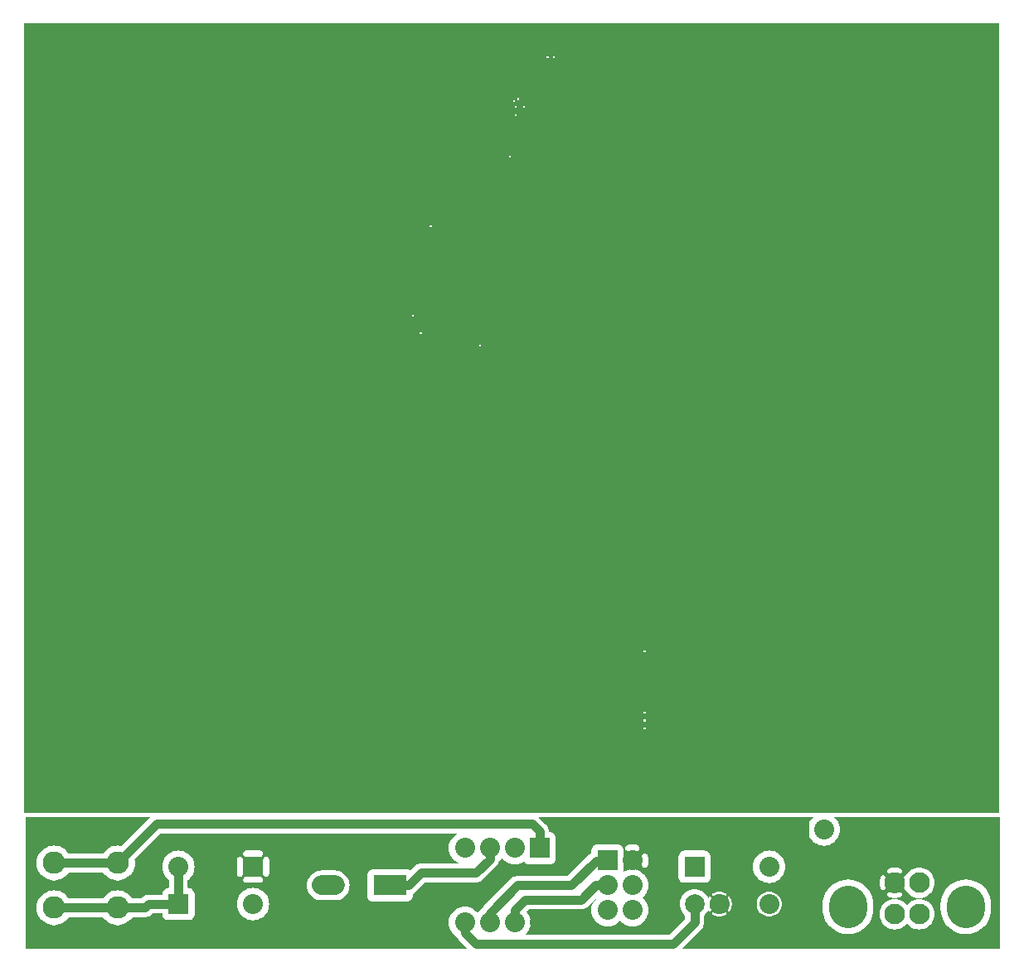
<source format=gtl>
G04 start of page 2 for group 3 layer_idx 0 *
G04 Title: (unknown), top_copper *
G04 Creator: pcb-rnd 3.1.5-dev *
G04 CreationDate: 2024-03-24 11:16:41 UTC *
G04 For: STEM4ukraine *
G04 Format: Gerber/RS-274X *
G04 PCB-Dimensions: 393701 374016 *
G04 PCB-Coordinate-Origin: lower left *
%MOIN*%
%FSLAX25Y25*%
%LNTOP_COPPER_NONE_3*%
%ADD22C,0.0394*%
%ADD21C,0.1220*%
%ADD20C,0.0315*%
%ADD19C,0.0374*%
%ADD18C,0.0394*%
%ADD17C,0.0900*%
%ADD16C,0.1535*%
%ADD15C,0.0787*%
%ADD14C,0.0827*%
%ADD13C,0.0800*%
%ADD12C,0.0350*%
%ADD11C,0.0001*%
G54D11*G36*
X392717Y54134D02*Y984D01*
X379094D01*
Y6917D01*
X380691Y7043D01*
X382249Y7417D01*
X383729Y8030D01*
X385095Y8867D01*
X386313Y9907D01*
X387353Y11126D01*
X388190Y12491D01*
X388803Y13971D01*
X389177Y15529D01*
X389272Y17126D01*
Y18701D01*
X389177Y20298D01*
X388803Y21855D01*
X388190Y23335D01*
X387353Y24701D01*
X386313Y25919D01*
X385095Y26960D01*
X383729Y27797D01*
X382249Y28410D01*
X380691Y28784D01*
X379094Y28909D01*
Y54134D01*
X392717D01*
G37*
G36*
X379094D02*Y28909D01*
X377498Y28784D01*
X375940Y28410D01*
X374460Y27797D01*
X373094Y26960D01*
X371876Y25919D01*
X370836Y24701D01*
X369999Y23335D01*
X369386Y21855D01*
X369012Y20298D01*
X368917Y18701D01*
Y17126D01*
X369012Y15529D01*
X369386Y13971D01*
X369999Y12491D01*
X370836Y11126D01*
X371876Y9907D01*
X373094Y8867D01*
X374460Y8030D01*
X375940Y7417D01*
X377498Y7043D01*
X379094Y6917D01*
Y984D01*
X360306D01*
Y8809D01*
X360315Y8808D01*
X361277Y8884D01*
X362216Y9109D01*
X363108Y9478D01*
X363931Y9983D01*
X364666Y10610D01*
X365293Y11344D01*
X365797Y12167D01*
X366167Y13059D01*
X366392Y13998D01*
X366449Y14961D01*
X366392Y15923D01*
X366167Y16862D01*
X365797Y17754D01*
X365293Y18577D01*
X364666Y19311D01*
X363931Y19938D01*
X363108Y20443D01*
X362216Y20812D01*
X361277Y21038D01*
X360315Y21113D01*
X360306Y21113D01*
Y21407D01*
X360315Y21406D01*
X361277Y21482D01*
X362216Y21707D01*
X363108Y22077D01*
X363931Y22581D01*
X364666Y23208D01*
X365293Y23943D01*
X365797Y24766D01*
X366167Y25658D01*
X366392Y26597D01*
X366449Y27559D01*
X366392Y28522D01*
X366167Y29460D01*
X365797Y30352D01*
X365293Y31176D01*
X364666Y31910D01*
X363931Y32537D01*
X363108Y33041D01*
X362216Y33411D01*
X361277Y33636D01*
X360315Y33712D01*
X360306Y33711D01*
Y54134D01*
X379094D01*
G37*
G36*
X350474Y984D02*Y8808D01*
X351435Y8884D01*
X352374Y9109D01*
X353266Y9478D01*
X354089Y9983D01*
X354823Y10610D01*
X355394Y11278D01*
X355964Y10610D01*
X356698Y9983D01*
X357522Y9478D01*
X358414Y9109D01*
X359352Y8884D01*
X360306Y8809D01*
Y984D01*
X350474D01*
G37*
G36*
X360306Y54134D02*Y33711D01*
X359352Y33636D01*
X358414Y33411D01*
X357522Y33041D01*
X356698Y32537D01*
X355964Y31910D01*
X355337Y31176D01*
X354924Y30502D01*
X354821Y30468D01*
X354680Y30396D01*
X354553Y30302D01*
X354441Y30190D01*
X354349Y30062D01*
X354278Y29921D01*
X354229Y29771D01*
X354205Y29614D01*
X354206Y29456D01*
X354231Y29300D01*
X354283Y29151D01*
X354348Y28980D01*
X354238Y28522D01*
X354162Y27559D01*
X354238Y26597D01*
X354349Y26135D01*
X354287Y25965D01*
X354235Y25817D01*
X354210Y25661D01*
X354209Y25504D01*
X354233Y25348D01*
X354281Y25199D01*
X354352Y25058D01*
X354445Y24931D01*
X354556Y24819D01*
X354683Y24726D01*
X354823Y24654D01*
X354921Y24622D01*
X355337Y23943D01*
X355964Y23208D01*
X356698Y22581D01*
X357522Y22077D01*
X358414Y21707D01*
X359352Y21482D01*
X360306Y21407D01*
Y21113D01*
X359352Y21038D01*
X358414Y20812D01*
X357522Y20443D01*
X356698Y19938D01*
X355964Y19311D01*
X355394Y18643D01*
X354823Y19311D01*
X354089Y19938D01*
X353266Y20443D01*
X352374Y20812D01*
X351435Y21038D01*
X350474Y21113D01*
Y21425D01*
X350742D01*
X351280Y21473D01*
X351812Y21567D01*
X352333Y21708D01*
X352840Y21894D01*
X352981Y21965D01*
X353108Y22058D01*
X353220Y22170D01*
X353312Y22299D01*
X353384Y22440D01*
X353432Y22590D01*
X353456Y22746D01*
X353456Y22904D01*
X353430Y23060D01*
X353381Y23210D01*
X353309Y23351D01*
X353216Y23479D01*
X353104Y23590D01*
X352975Y23682D01*
X352834Y23754D01*
X352684Y23802D01*
X352528Y23826D01*
X352370Y23826D01*
X352214Y23801D01*
X352065Y23749D01*
X351725Y23620D01*
X351374Y23525D01*
X351016Y23461D01*
X350654Y23429D01*
X350474D01*
Y31689D01*
X350654D01*
X351016Y31657D01*
X351374Y31593D01*
X351725Y31499D01*
X352066Y31373D01*
X352215Y31321D01*
X352370Y31296D01*
X352527Y31296D01*
X352683Y31320D01*
X352833Y31368D01*
X352973Y31439D01*
X353101Y31531D01*
X353213Y31642D01*
X353306Y31769D01*
X353377Y31909D01*
X353427Y32059D01*
X353452Y32214D01*
X353452Y32372D01*
X353428Y32527D01*
X353380Y32677D01*
X353309Y32817D01*
X353217Y32945D01*
X353106Y33057D01*
X352979Y33150D01*
X352837Y33219D01*
X352333Y33410D01*
X351812Y33551D01*
X351280Y33645D01*
X350742Y33693D01*
X350474D01*
Y54134D01*
X360306D01*
G37*
G36*
X346122Y10610D02*X346856Y9983D01*
X347679Y9478D01*
X348571Y9109D01*
X349510Y8884D01*
X350472Y8808D01*
X350474Y8808D01*
Y984D01*
X345539D01*
Y11292D01*
X346122Y10610D01*
G37*
G36*
X350474Y54134D02*Y33693D01*
X350202D01*
X349665Y33645D01*
X349133Y33551D01*
X348612Y33410D01*
X348105Y33224D01*
X347964Y33153D01*
X347837Y33060D01*
X347725Y32948D01*
X347633Y32819D01*
X347561Y32678D01*
X347513Y32528D01*
X347489Y32372D01*
X347489Y32214D01*
X347514Y32058D01*
X347564Y31908D01*
X347636Y31767D01*
X347729Y31640D01*
X347841Y31528D01*
X347969Y31436D01*
X348110Y31364D01*
X348261Y31316D01*
X348417Y31292D01*
X348575Y31292D01*
X348731Y31317D01*
X348880Y31370D01*
X349220Y31499D01*
X349571Y31593D01*
X349929Y31657D01*
X350291Y31689D01*
X350474D01*
Y23429D01*
X350291D01*
X349929Y23461D01*
X349571Y23525D01*
X349220Y23620D01*
X348879Y23745D01*
X348730Y23797D01*
X348575Y23822D01*
X348417Y23822D01*
X348262Y23798D01*
X348112Y23750D01*
X347972Y23679D01*
X347844Y23587D01*
X347732Y23476D01*
X347639Y23349D01*
X347567Y23209D01*
X347518Y23059D01*
X347493Y22904D01*
X347493Y22747D01*
X347517Y22591D01*
X347565Y22441D01*
X347636Y22301D01*
X347728Y22173D01*
X347839Y22061D01*
X347966Y21969D01*
X348107Y21899D01*
X348612Y21708D01*
X349133Y21567D01*
X349665Y21473D01*
X350202Y21425D01*
X350474D01*
Y21113D01*
X350472Y21113D01*
X349510Y21038D01*
X348571Y20812D01*
X347679Y20443D01*
X346856Y19938D01*
X346122Y19311D01*
X345539Y18629D01*
Y24594D01*
X345660Y24575D01*
X345818Y24576D01*
X345974Y24601D01*
X346124Y24650D01*
X346264Y24723D01*
X346392Y24816D01*
X346503Y24928D01*
X346596Y25056D01*
X346667Y25197D01*
X346716Y25348D01*
X346740Y25504D01*
X346739Y25662D01*
X346714Y25818D01*
X346662Y25967D01*
X346533Y26306D01*
X346438Y26657D01*
X346375Y27015D01*
X346343Y27377D01*
Y27741D01*
X346375Y28103D01*
X346438Y28461D01*
X346533Y28812D01*
X346658Y29153D01*
X346710Y29301D01*
X346735Y29457D01*
X346736Y29614D01*
X346712Y29770D01*
X346663Y29919D01*
X346592Y30060D01*
X346500Y30188D01*
X346389Y30299D01*
X346262Y30392D01*
X346122Y30464D01*
X345973Y30513D01*
X345817Y30538D01*
X345660Y30539D01*
X345539Y30520D01*
Y54134D01*
X350474D01*
G37*
G36*
X345539D02*Y30520D01*
X345504Y30515D01*
X345355Y30466D01*
X345214Y30395D01*
X345086Y30303D01*
X344975Y30192D01*
X344882Y30065D01*
X344813Y29924D01*
X344621Y29420D01*
X344481Y28898D01*
X344386Y28367D01*
X344339Y27829D01*
Y27289D01*
X344386Y26751D01*
X344481Y26220D01*
X344621Y25699D01*
X344807Y25192D01*
X344879Y25051D01*
X344972Y24923D01*
X345084Y24812D01*
X345212Y24719D01*
X345353Y24648D01*
X345504Y24600D01*
X345539Y24594D01*
Y18629D01*
X345495Y18577D01*
X344990Y17754D01*
X344621Y16862D01*
X344395Y15923D01*
X344320Y14961D01*
X344395Y13998D01*
X344621Y13059D01*
X344990Y12167D01*
X345495Y11344D01*
X345539Y11292D01*
Y984D01*
X331693D01*
Y6917D01*
X333290Y7043D01*
X334848Y7417D01*
X336328Y8030D01*
X337693Y8867D01*
X338911Y9907D01*
X339952Y11126D01*
X340789Y12491D01*
X341402Y13971D01*
X341776Y15529D01*
X341870Y17126D01*
Y18701D01*
X341776Y20298D01*
X341402Y21855D01*
X340789Y23335D01*
X339952Y24701D01*
X338911Y25919D01*
X337693Y26960D01*
X336328Y27797D01*
X334848Y28410D01*
X333290Y28784D01*
X331693Y28909D01*
Y54134D01*
X345539D01*
G37*
G36*
X317984D02*X317390Y53626D01*
X316725Y52848D01*
X316191Y51976D01*
X315799Y51031D01*
X315560Y50036D01*
X315480Y49016D01*
X315560Y47996D01*
X315799Y47001D01*
X316191Y46056D01*
X316725Y45183D01*
X317390Y44405D01*
X318168Y43741D01*
X319040Y43206D01*
X319985Y42815D01*
X320980Y42576D01*
X322000Y42496D01*
X323020Y42576D01*
X324015Y42815D01*
X324960Y43206D01*
X325832Y43741D01*
X326610Y44405D01*
X327275Y45183D01*
X327809Y46056D01*
X328201Y47001D01*
X328440Y47996D01*
X328500Y49016D01*
X328440Y50036D01*
X328201Y51031D01*
X327809Y51976D01*
X327275Y52848D01*
X326610Y53626D01*
X326016Y54134D01*
X331693D01*
Y28909D01*
X330096Y28784D01*
X328538Y28410D01*
X327058Y27797D01*
X325692Y26960D01*
X324474Y25919D01*
X323434Y24701D01*
X322597Y23335D01*
X321984Y21855D01*
X321610Y20298D01*
X321516Y18701D01*
Y17126D01*
X321610Y15529D01*
X321984Y13971D01*
X322597Y12491D01*
X323434Y11126D01*
X324474Y9907D01*
X325692Y8867D01*
X327058Y8030D01*
X328538Y7417D01*
X330096Y7043D01*
X331693Y6917D01*
Y984D01*
X299990D01*
Y14001D01*
X300000Y14000D01*
X300785Y14062D01*
X301550Y14246D01*
X302277Y14547D01*
X302948Y14958D01*
X303546Y15469D01*
X304058Y16068D01*
X304469Y16739D01*
X304770Y17466D01*
X304954Y18231D01*
X305000Y19016D01*
X304954Y19800D01*
X304770Y20566D01*
X304469Y21293D01*
X304058Y21964D01*
X303546Y22562D01*
X302948Y23073D01*
X302277Y23485D01*
X301550Y23786D01*
X300785Y23969D01*
X300000Y24031D01*
X299990Y24030D01*
Y27496D01*
X300000Y27496D01*
X301020Y27576D01*
X302015Y27815D01*
X302960Y28206D01*
X303832Y28741D01*
X304610Y29405D01*
X305275Y30183D01*
X305809Y31056D01*
X306201Y32001D01*
X306440Y32996D01*
X306500Y34016D01*
X306440Y35036D01*
X306201Y36031D01*
X305809Y36976D01*
X305275Y37848D01*
X304610Y38626D01*
X303832Y39291D01*
X302960Y39825D01*
X302015Y40217D01*
X301020Y40456D01*
X300000Y40536D01*
X299990Y40535D01*
Y54134D01*
X317984D01*
G37*
G36*
X299990D02*Y40535D01*
X298980Y40456D01*
X297985Y40217D01*
X297040Y39825D01*
X296168Y39291D01*
X295390Y38626D01*
X294725Y37848D01*
X294191Y36976D01*
X293799Y36031D01*
X293560Y35036D01*
X293480Y34016D01*
X293560Y32996D01*
X293799Y32001D01*
X294191Y31056D01*
X294725Y30183D01*
X295390Y29405D01*
X296168Y28741D01*
X297040Y28206D01*
X297985Y27815D01*
X298980Y27576D01*
X299990Y27496D01*
Y24030D01*
X299215Y23969D01*
X298450Y23786D01*
X297723Y23485D01*
X297052Y23073D01*
X296454Y22562D01*
X295942Y21964D01*
X295531Y21293D01*
X295230Y20566D01*
X295046Y19800D01*
X294985Y19016D01*
X295046Y18231D01*
X295230Y17466D01*
X295531Y16739D01*
X295942Y16068D01*
X296454Y15469D01*
X297052Y14958D01*
X297723Y14547D01*
X298450Y14246D01*
X299215Y14062D01*
X299990Y14001D01*
Y984D01*
X284153D01*
Y16254D01*
X284182Y16283D01*
X284228Y16346D01*
X284464Y16752D01*
X284657Y17180D01*
X284808Y17625D01*
X284918Y18082D01*
X284983Y18547D01*
X285006Y19016D01*
X284983Y19485D01*
X284918Y19950D01*
X284808Y20407D01*
X284657Y20851D01*
X284464Y21280D01*
X284232Y21688D01*
X284185Y21752D01*
X284153Y21784D01*
Y54134D01*
X299990D01*
G37*
G36*
X284153D02*Y21784D01*
X284128Y21807D01*
X284064Y21853D01*
X283992Y21888D01*
X283917Y21912D01*
X283838Y21923D01*
X283759Y21922D01*
X283680Y21909D01*
X283605Y21883D01*
X283535Y21846D01*
X283471Y21798D01*
X283416Y21742D01*
X283370Y21677D01*
X283335Y21606D01*
X283312Y21530D01*
X283300Y21451D01*
X283301Y21372D01*
X283315Y21293D01*
X283340Y21218D01*
X283379Y21149D01*
X283568Y20825D01*
X283721Y20483D01*
X283842Y20127D01*
X283930Y19762D01*
X283982Y19391D01*
X284000Y19016D01*
X283982Y18641D01*
X283930Y18269D01*
X283842Y17904D01*
X283721Y17549D01*
X283568Y17207D01*
X283382Y16880D01*
X283344Y16811D01*
X283319Y16737D01*
X283306Y16659D01*
X283305Y16581D01*
X283316Y16503D01*
X283339Y16428D01*
X283374Y16357D01*
X283419Y16293D01*
X283474Y16236D01*
X283537Y16189D01*
X283607Y16153D01*
X283681Y16127D01*
X283759Y16114D01*
X283838Y16113D01*
X283916Y16124D01*
X283991Y16147D01*
X284061Y16182D01*
X284126Y16228D01*
X284153Y16254D01*
Y984D01*
X280002D01*
Y14010D01*
X280469Y14032D01*
X280934Y14098D01*
X281391Y14207D01*
X281835Y14359D01*
X282264Y14551D01*
X282672Y14783D01*
X282736Y14830D01*
X282792Y14887D01*
X282837Y14952D01*
X282872Y15023D01*
X282896Y15099D01*
X282907Y15178D01*
X282906Y15257D01*
X282893Y15335D01*
X282867Y15411D01*
X282830Y15481D01*
X282783Y15544D01*
X282726Y15600D01*
X282661Y15646D01*
X282590Y15681D01*
X282514Y15704D01*
X282435Y15716D01*
X282356Y15715D01*
X282278Y15701D01*
X282203Y15676D01*
X282133Y15637D01*
X281809Y15448D01*
X281467Y15294D01*
X281112Y15173D01*
X280746Y15086D01*
X280375Y15033D01*
X280002Y15016D01*
Y23016D01*
X280375Y22998D01*
X280746Y22945D01*
X281112Y22858D01*
X281467Y22737D01*
X281809Y22583D01*
X282135Y22398D01*
X282204Y22360D01*
X282279Y22335D01*
X282356Y22321D01*
X282435Y22320D01*
X282513Y22332D01*
X282588Y22355D01*
X282659Y22390D01*
X282723Y22435D01*
X282779Y22490D01*
X282827Y22553D01*
X282863Y22623D01*
X282888Y22697D01*
X282902Y22775D01*
X282903Y22853D01*
X282892Y22931D01*
X282868Y23006D01*
X282834Y23077D01*
X282788Y23141D01*
X282733Y23198D01*
X282669Y23244D01*
X282264Y23480D01*
X281835Y23673D01*
X281391Y23824D01*
X280934Y23933D01*
X280469Y23999D01*
X280002Y24021D01*
Y54134D01*
X284153D01*
G37*
G36*
X280002D02*Y24021D01*
X280000Y24021D01*
X279531Y23999D01*
X279066Y23933D01*
X278609Y23824D01*
X278165Y23673D01*
X277736Y23480D01*
X277328Y23248D01*
X277264Y23201D01*
X277208Y23144D01*
X277163Y23079D01*
X277128Y23008D01*
X277104Y22932D01*
X277093Y22854D01*
X277094Y22774D01*
X277107Y22696D01*
X277133Y22621D01*
X277170Y22551D01*
X277217Y22487D01*
X277274Y22432D01*
X277339Y22386D01*
X277410Y22351D01*
X277486Y22327D01*
X277565Y22316D01*
X277644Y22317D01*
X277722Y22330D01*
X277797Y22356D01*
X277867Y22394D01*
X278191Y22583D01*
X278533Y22737D01*
X278888Y22858D01*
X279254Y22945D01*
X279625Y22998D01*
X280000Y23016D01*
X280002Y23016D01*
Y15016D01*
X280000Y15016D01*
X279625Y15033D01*
X279254Y15086D01*
X278888Y15173D01*
X278533Y15294D01*
X278191Y15448D01*
X277864Y15633D01*
X277796Y15671D01*
X277721Y15697D01*
X277644Y15710D01*
X277565Y15711D01*
X277487Y15700D01*
X277412Y15677D01*
X277341Y15642D01*
X277277Y15596D01*
X277221Y15542D01*
X277173Y15478D01*
X277137Y15409D01*
X277112Y15334D01*
X277098Y15257D01*
X277097Y15178D01*
X277108Y15100D01*
X277132Y15025D01*
X277166Y14954D01*
X277212Y14890D01*
X277267Y14834D01*
X277331Y14788D01*
X277736Y14551D01*
X278165Y14359D01*
X278609Y14207D01*
X279066Y14098D01*
X279531Y14032D01*
X280000Y14010D01*
X280002Y14010D01*
Y984D01*
X270000D01*
Y6212D01*
X272548Y8760D01*
X272660Y8856D01*
X273043Y9305D01*
X273043Y9305D01*
X273352Y9808D01*
X273577Y10353D01*
X273715Y10927D01*
X273762Y11516D01*
X273750Y11663D01*
Y14411D01*
X274211Y14805D01*
X274818Y15515D01*
X275306Y16312D01*
X275511Y16807D01*
X275536Y16752D01*
X275768Y16343D01*
X275815Y16280D01*
X275872Y16224D01*
X275936Y16178D01*
X276008Y16143D01*
X276083Y16120D01*
X276162Y16108D01*
X276241Y16109D01*
X276320Y16123D01*
X276395Y16149D01*
X276465Y16185D01*
X276529Y16233D01*
X276584Y16290D01*
X276630Y16355D01*
X276665Y16426D01*
X276688Y16502D01*
X276700Y16580D01*
X276699Y16660D01*
X276685Y16738D01*
X276660Y16813D01*
X276621Y16883D01*
X276432Y17207D01*
X276279Y17549D01*
X276158Y17904D01*
X276070Y18269D01*
X276018Y18641D01*
X276000Y19016D01*
X276018Y19391D01*
X276070Y19762D01*
X276158Y20127D01*
X276279Y20483D01*
X276432Y20825D01*
X276618Y21151D01*
X276656Y21220D01*
X276681Y21295D01*
X276694Y21372D01*
X276695Y21451D01*
X276684Y21529D01*
X276661Y21604D01*
X276626Y21674D01*
X276581Y21739D01*
X276526Y21795D01*
X276463Y21842D01*
X276393Y21879D01*
X276319Y21904D01*
X276241Y21918D01*
X276162Y21919D01*
X276084Y21907D01*
X276009Y21884D01*
X275939Y21849D01*
X275874Y21804D01*
X275818Y21749D01*
X275772Y21685D01*
X275536Y21280D01*
X275511Y21225D01*
X275306Y21719D01*
X274818Y22516D01*
X274211Y23227D01*
X273500Y23834D01*
X272704Y24322D01*
X271840Y24680D01*
X270932Y24898D01*
X270000Y24971D01*
Y27516D01*
X273902D01*
X274000Y27508D01*
X274392Y27539D01*
X274392Y27539D01*
X274775Y27631D01*
X275138Y27781D01*
X275474Y27987D01*
X275773Y28243D01*
X276029Y28542D01*
X276234Y28877D01*
X276385Y29241D01*
X276477Y29623D01*
X276508Y30016D01*
X276500Y30114D01*
Y37918D01*
X276508Y38016D01*
X276477Y38408D01*
X276477Y38408D01*
X276385Y38791D01*
X276234Y39154D01*
X276029Y39490D01*
X275773Y39789D01*
X275474Y40045D01*
X275138Y40250D01*
X274775Y40401D01*
X274392Y40493D01*
X274000Y40523D01*
X273902Y40516D01*
X270000D01*
Y54134D01*
X280002D01*
G37*
G36*
X264772Y984D02*X270000Y6212D01*
Y984D01*
X264772D01*
G37*
G36*
X250275Y12683D02*X250809Y13556D01*
X251201Y14501D01*
X251440Y15496D01*
X251500Y16516D01*
X251440Y17536D01*
X251201Y18531D01*
X250809Y19476D01*
X250275Y20348D01*
X250122Y20528D01*
Y22504D01*
X250275Y22683D01*
X250809Y23556D01*
X251201Y24501D01*
X251440Y25496D01*
X251500Y26516D01*
X251440Y27536D01*
X251201Y28531D01*
X250809Y29476D01*
X250275Y30348D01*
X250122Y30528D01*
Y33674D01*
X250203Y33681D01*
X250394Y33728D01*
X250576Y33804D01*
X250743Y33907D01*
X250892Y34036D01*
X251019Y34186D01*
X251121Y34354D01*
X251192Y34538D01*
X251348Y35090D01*
X251449Y35656D01*
X251500Y36228D01*
Y36803D01*
X251449Y37375D01*
X251348Y37941D01*
X251198Y38496D01*
X251125Y38679D01*
X251022Y38848D01*
X250895Y38998D01*
X250745Y39127D01*
X250578Y39231D01*
X250396Y39308D01*
X250204Y39355D01*
X250122Y39362D01*
Y54134D01*
X270000D01*
Y40516D01*
X266098D01*
X266000Y40523D01*
X265608Y40493D01*
X265608Y40493D01*
X265225Y40401D01*
X264862Y40250D01*
X264526Y40045D01*
X264227Y39789D01*
X263971Y39490D01*
X263766Y39154D01*
X263615Y38791D01*
X263523Y38408D01*
X263492Y38016D01*
X263500Y37918D01*
Y30114D01*
X263492Y30016D01*
X263523Y29624D01*
X263523Y29623D01*
X263615Y29241D01*
X263766Y28877D01*
X263971Y28542D01*
X264227Y28243D01*
X264526Y27987D01*
X264862Y27781D01*
X265225Y27631D01*
X265608Y27539D01*
X266000Y27508D01*
X266098Y27516D01*
X270000D01*
Y24971D01*
X269068Y24898D01*
X268160Y24680D01*
X267296Y24322D01*
X266500Y23834D01*
X265789Y23227D01*
X265182Y22516D01*
X264694Y21719D01*
X264336Y20856D01*
X264118Y19947D01*
X264045Y19016D01*
X264118Y18084D01*
X264336Y17175D01*
X264694Y16312D01*
X265182Y15515D01*
X265789Y14805D01*
X266250Y14411D01*
Y13069D01*
X259884Y6703D01*
X250122D01*
Y12504D01*
X250275Y12683D01*
G37*
G36*
X249610Y31126D02*X248832Y31791D01*
X247960Y32325D01*
X247015Y32717D01*
X246020Y32956D01*
X245000Y33036D01*
X244998Y33036D01*
Y40512D01*
X245177D01*
X245529Y40481D01*
X245876Y40419D01*
X246217Y40326D01*
X246408Y40277D01*
X246604Y40263D01*
X246800Y40279D01*
X246991Y40326D01*
X247172Y40402D01*
X247340Y40506D01*
X247489Y40635D01*
X247616Y40785D01*
X247718Y40953D01*
X247792Y41135D01*
X247837Y41327D01*
X247851Y41523D01*
X247835Y41719D01*
X247788Y41910D01*
X247712Y42092D01*
X247608Y42259D01*
X247480Y42408D01*
X247330Y42535D01*
X247161Y42637D01*
X246978Y42707D01*
X246425Y42864D01*
X245860Y42965D01*
X245287Y43016D01*
X244998D01*
Y54134D01*
X250122D01*
Y39362D01*
X250007Y39371D01*
X249810Y39357D01*
X249618Y39311D01*
X249436Y39237D01*
X249267Y39135D01*
X249116Y39007D01*
X248987Y38858D01*
X248883Y38690D01*
X248807Y38508D01*
X248760Y38316D01*
X248743Y38120D01*
X248758Y37923D01*
X248807Y37732D01*
X248903Y37392D01*
X248965Y37044D01*
X248996Y36692D01*
Y36339D01*
X248965Y35987D01*
X248903Y35639D01*
X248810Y35299D01*
X248762Y35108D01*
X248747Y34912D01*
X248764Y34716D01*
X248810Y34525D01*
X248887Y34343D01*
X248990Y34176D01*
X249119Y34027D01*
X249269Y33900D01*
X249437Y33798D01*
X249619Y33724D01*
X249811Y33679D01*
X250007Y33664D01*
X250122Y33674D01*
Y30528D01*
X249610Y31126D01*
G37*
G36*
X243980Y32956D02*X242985Y32717D01*
X242040Y32325D01*
X241436Y31955D01*
X241477Y32123D01*
X241508Y32516D01*
X241500Y32614D01*
Y40418D01*
X241508Y40516D01*
X241477Y40908D01*
X241477Y40908D01*
X241385Y41291D01*
X241234Y41654D01*
X241029Y41990D01*
X240773Y42289D01*
X240474Y42545D01*
X240138Y42750D01*
X239775Y42901D01*
X239392Y42993D01*
X239000Y43023D01*
X238902Y43016D01*
X231098D01*
X231000Y43023D01*
X230608Y42993D01*
X230608Y42993D01*
X230225Y42901D01*
X229862Y42750D01*
X229526Y42545D01*
X229227Y42289D01*
X228971Y41990D01*
X228766Y41654D01*
X228615Y41291D01*
X228523Y40908D01*
X228492Y40516D01*
X228500Y40418D01*
Y39703D01*
X228104Y39460D01*
X228104Y39460D01*
X227655Y39077D01*
X227559Y38965D01*
X218919Y30325D01*
X198966D01*
X198819Y30336D01*
X198230Y30290D01*
X197657Y30152D01*
X197111Y29926D01*
X196608Y29618D01*
X196608Y29618D01*
X196159Y29235D01*
X196063Y29123D01*
X185110Y18169D01*
X184998Y18073D01*
X184614Y17624D01*
X184306Y17121D01*
X184286Y17073D01*
X183825Y16791D01*
X183047Y16126D01*
X182657Y15670D01*
X182268Y16126D01*
X181490Y16791D01*
X180618Y17325D01*
X179672Y17717D01*
X178677Y17956D01*
X177657Y18036D01*
X176638Y17956D01*
X175643Y17717D01*
X174697Y17325D01*
X173825Y16791D01*
X173047Y16126D01*
X172383Y15348D01*
X171848Y14476D01*
X171457Y13531D01*
X171218Y12536D01*
X171137Y11516D01*
X171218Y10496D01*
X171457Y9501D01*
X171848Y8556D01*
X172383Y7683D01*
X173047Y6905D01*
X173825Y6241D01*
X174155Y6039D01*
X174306Y5674D01*
X174614Y5171D01*
X174614Y5171D01*
X174998Y4722D01*
X175110Y4626D01*
X178752Y984D01*
X122736D01*
Y20516D01*
X125315D01*
X126256Y20571D01*
X127175Y20792D01*
X128047Y21153D01*
X128853Y21647D01*
X129571Y22260D01*
X130184Y22978D01*
X130677Y23783D01*
X131039Y24656D01*
X131259Y25574D01*
X131333Y26516D01*
X131259Y27457D01*
X131039Y28376D01*
X130677Y29248D01*
X130184Y30053D01*
X129571Y30771D01*
X128853Y31385D01*
X128047Y31878D01*
X127175Y32240D01*
X126256Y32460D01*
X125315Y32516D01*
X122736D01*
Y47431D01*
X174953D01*
X174697Y47325D01*
X173825Y46791D01*
X173047Y46126D01*
X172383Y45348D01*
X171848Y44476D01*
X171457Y43531D01*
X171218Y42536D01*
X171137Y41516D01*
X171218Y40496D01*
X171457Y39501D01*
X171848Y38556D01*
X172383Y37683D01*
X173047Y36905D01*
X173825Y36241D01*
X174697Y35706D01*
X175643Y35315D01*
X175847Y35266D01*
X160147D01*
X160000Y35277D01*
X159412Y35231D01*
X158838Y35093D01*
X158292Y34867D01*
X157789Y34559D01*
X157789Y34559D01*
X157340Y34176D01*
X157244Y34064D01*
X155682Y32501D01*
X155631Y32545D01*
X155296Y32750D01*
X154932Y32901D01*
X154550Y32993D01*
X154157Y33023D01*
X154059Y33016D01*
X141055D01*
X140957Y33023D01*
X140566Y32993D01*
X140565Y32993D01*
X140182Y32901D01*
X139819Y32750D01*
X139483Y32545D01*
X139184Y32289D01*
X138929Y31990D01*
X138723Y31654D01*
X138572Y31291D01*
X138481Y30908D01*
X138450Y30516D01*
X138457Y30418D01*
Y22614D01*
X138450Y22516D01*
X138481Y22123D01*
X138572Y21741D01*
X138723Y21377D01*
X138929Y21042D01*
X139184Y20743D01*
X139483Y20487D01*
X139819Y20281D01*
X140182Y20131D01*
X140565Y20039D01*
X140957Y20008D01*
X141055Y20016D01*
X154060D01*
X154157Y20008D01*
X154549Y20039D01*
X154550Y20039D01*
X154932Y20131D01*
X155296Y20281D01*
X155631Y20487D01*
X155931Y20743D01*
X156186Y21042D01*
X156392Y21377D01*
X156542Y21741D01*
X156634Y22123D01*
X156665Y22516D01*
X156657Y22614D01*
Y23143D01*
X156708Y23164D01*
X157211Y23473D01*
X157660Y23856D01*
X157756Y23968D01*
X161553Y27766D01*
X181959D01*
X182106Y27754D01*
X182694Y27800D01*
X182695Y27800D01*
X183269Y27938D01*
X183814Y28164D01*
X184317Y28473D01*
X184766Y28856D01*
X184862Y28968D01*
X190205Y34311D01*
X190317Y34407D01*
X190700Y34856D01*
X190701Y34856D01*
X191009Y35359D01*
X191235Y35905D01*
X191286Y36116D01*
X191490Y36241D01*
X192268Y36905D01*
X192657Y37362D01*
X193047Y36905D01*
X193825Y36241D01*
X194697Y35706D01*
X195643Y35315D01*
X196638Y35076D01*
X197657Y34996D01*
X198677Y35076D01*
X199672Y35315D01*
X200618Y35706D01*
X201490Y36241D01*
X201501Y36250D01*
X201629Y36042D01*
X201884Y35743D01*
X202183Y35487D01*
X202519Y35281D01*
X202883Y35131D01*
X203265Y35039D01*
X203657Y35008D01*
X203755Y35016D01*
X211560D01*
X211657Y35008D01*
X212050Y35039D01*
X212050Y35039D01*
X212432Y35131D01*
X212796Y35281D01*
X213131Y35487D01*
X213431Y35743D01*
X213686Y36042D01*
X213892Y36377D01*
X214042Y36741D01*
X214134Y37123D01*
X214165Y37516D01*
X214157Y37614D01*
Y45418D01*
X214165Y45516D01*
X214134Y45908D01*
X214134Y45908D01*
X214042Y46291D01*
X213892Y46654D01*
X213686Y46990D01*
X213431Y47289D01*
X213131Y47545D01*
X212796Y47750D01*
X212432Y47901D01*
X212050Y47993D01*
X211657Y48023D01*
X211559Y48016D01*
X211407D01*
Y48101D01*
X211419Y48248D01*
X211373Y48836D01*
X211373Y48836D01*
X211235Y49410D01*
X211009Y49956D01*
X210701Y50459D01*
X210317Y50908D01*
X210205Y51004D01*
X207480Y53729D01*
X207384Y53841D01*
X207041Y54134D01*
X244998D01*
Y43016D01*
X244713D01*
X244140Y42965D01*
X243575Y42864D01*
X243020Y42714D01*
X242837Y42640D01*
X242668Y42538D01*
X242517Y42411D01*
X242389Y42261D01*
X242285Y42093D01*
X242208Y41911D01*
X242161Y41720D01*
X242145Y41523D01*
X242159Y41326D01*
X242204Y41134D01*
X242279Y40951D01*
X242381Y40783D01*
X242509Y40632D01*
X242658Y40503D01*
X242826Y40399D01*
X243008Y40322D01*
X243199Y40275D01*
X243396Y40259D01*
X243593Y40274D01*
X243784Y40322D01*
X244124Y40419D01*
X244471Y40481D01*
X244823Y40512D01*
X244998D01*
Y33036D01*
X243980Y32956D01*
G37*
G36*
X249610Y21126D02*X249154Y21516D01*
X249610Y21905D01*
X250122Y22504D01*
Y20528D01*
X249610Y21126D01*
G37*
G36*
X204097Y12536D02*X203858Y13531D01*
X203467Y14476D01*
X202932Y15348D01*
X202389Y15984D01*
X203325Y16919D01*
X224262D01*
X224409Y16908D01*
X224998Y16954D01*
X224998Y16954D01*
X225572Y17092D01*
X226117Y17318D01*
X226620Y17626D01*
X227069Y18009D01*
X227165Y18122D01*
X230691Y21648D01*
X230846Y21516D01*
X230390Y21126D01*
X229725Y20348D01*
X229191Y19476D01*
X228799Y18531D01*
X228560Y17536D01*
X228480Y16516D01*
X228560Y15496D01*
X228799Y14501D01*
X229191Y13556D01*
X229725Y12683D01*
X230390Y11905D01*
X231168Y11241D01*
X232040Y10706D01*
X232985Y10315D01*
X233980Y10076D01*
X235000Y9996D01*
X236020Y10076D01*
X237015Y10315D01*
X237960Y10706D01*
X238832Y11241D01*
X239610Y11905D01*
X240000Y12362D01*
X240390Y11905D01*
X241168Y11241D01*
X242040Y10706D01*
X242985Y10315D01*
X243980Y10076D01*
X245000Y9996D01*
X246020Y10076D01*
X247015Y10315D01*
X247960Y10706D01*
X248832Y11241D01*
X249610Y11905D01*
X250122Y12504D01*
Y6703D01*
X202031D01*
X202268Y6905D01*
X202932Y7683D01*
X203467Y8556D01*
X203858Y9501D01*
X204097Y10496D01*
X204157Y11516D01*
X204097Y12536D01*
G37*
G36*
X92500Y984D02*Y12496D01*
X93520Y12576D01*
X94515Y12815D01*
X95460Y13206D01*
X96332Y13741D01*
X97110Y14405D01*
X97775Y15183D01*
X98309Y16056D01*
X98701Y17001D01*
X98940Y17996D01*
X99000Y19016D01*
X98940Y20036D01*
X98701Y21031D01*
X98309Y21976D01*
X97775Y22848D01*
X97110Y23626D01*
X96332Y24291D01*
X95460Y24825D01*
X94515Y25217D01*
X93520Y25456D01*
X92500Y25536D01*
Y27516D01*
X95250D01*
X95446Y27527D01*
X95637Y27573D01*
X95819Y27649D01*
X95987Y27751D01*
X96137Y27879D01*
X96264Y28029D01*
X96367Y28197D01*
X96442Y28378D01*
X96488Y28570D01*
X96504Y28766D01*
X96488Y28962D01*
X96442Y29153D01*
X96367Y29335D01*
X96264Y29503D01*
X96137Y29652D01*
X95987Y29780D01*
X95819Y29883D01*
X95637Y29958D01*
X95446Y30004D01*
X95250Y30016D01*
X96500D01*
Y31266D01*
X96512Y31070D01*
X96558Y30878D01*
X96633Y30697D01*
X96736Y30529D01*
X96863Y30379D01*
X97013Y30251D01*
X97181Y30149D01*
X97363Y30073D01*
X97554Y30027D01*
X97750Y30012D01*
X97946Y30027D01*
X98137Y30073D01*
X98319Y30149D01*
X98487Y30251D01*
X98637Y30379D01*
X98764Y30529D01*
X98867Y30697D01*
X98942Y30878D01*
X98988Y31070D01*
X99000Y31266D01*
Y36766D01*
X98988Y36962D01*
X98942Y37153D01*
X98867Y37335D01*
X98764Y37503D01*
X98637Y37652D01*
X98487Y37780D01*
X98319Y37883D01*
X98137Y37958D01*
X97946Y38004D01*
X97750Y38020D01*
X97554Y38004D01*
X97363Y37958D01*
X97181Y37883D01*
X97013Y37780D01*
X96863Y37652D01*
X96736Y37503D01*
X96633Y37335D01*
X96558Y37153D01*
X96512Y36962D01*
X96500Y36766D01*
Y38016D01*
X95250D01*
X95446Y38027D01*
X95637Y38073D01*
X95819Y38149D01*
X95987Y38251D01*
X96137Y38379D01*
X96264Y38529D01*
X96367Y38697D01*
X96442Y38878D01*
X96488Y39070D01*
X96504Y39266D01*
X96488Y39462D01*
X96442Y39653D01*
X96367Y39835D01*
X96264Y40003D01*
X96137Y40152D01*
X95987Y40280D01*
X95819Y40383D01*
X95637Y40458D01*
X95446Y40504D01*
X95250Y40516D01*
X92500D01*
Y47431D01*
X122736D01*
Y32516D01*
X120158D01*
X119216Y32460D01*
X118298Y32240D01*
X117425Y31878D01*
X116620Y31385D01*
X115902Y30771D01*
X115288Y30053D01*
X114795Y29248D01*
X114434Y28376D01*
X114213Y27457D01*
X114139Y26516D01*
X114213Y25574D01*
X114434Y24656D01*
X114795Y23783D01*
X115288Y22978D01*
X115902Y22260D01*
X116620Y21647D01*
X117425Y21153D01*
X118298Y20792D01*
X119216Y20571D01*
X120158Y20516D01*
X122736D01*
Y984D01*
X92500D01*
G37*
G36*
X51349Y54134D02*X51006Y53841D01*
X50910Y53729D01*
X39546Y42365D01*
X39189Y42451D01*
X38091Y42537D01*
X37243Y42471D01*
Y54134D01*
X51349D01*
G37*
G36*
X37243Y984D02*Y10561D01*
X38091Y10494D01*
X39189Y10581D01*
X40261Y10838D01*
X41279Y11259D01*
X42218Y11835D01*
X43056Y12551D01*
X43772Y13389D01*
X44003Y13766D01*
X48865D01*
X49012Y13754D01*
X49600Y13800D01*
X49600Y13800D01*
X50174Y13938D01*
X50720Y14164D01*
X51223Y14473D01*
X51672Y14856D01*
X51767Y14968D01*
X52065Y15266D01*
X56000D01*
Y15114D01*
X55992Y15016D01*
X56023Y14624D01*
X56023Y14623D01*
X56115Y14241D01*
X56266Y13877D01*
X56471Y13542D01*
X56727Y13243D01*
X57026Y12987D01*
X57362Y12781D01*
X57725Y12631D01*
X58108Y12539D01*
X58500Y12508D01*
X58598Y12516D01*
X66402D01*
X66500Y12508D01*
X66892Y12539D01*
X66892Y12539D01*
X67275Y12631D01*
X67638Y12781D01*
X67974Y12987D01*
X68273Y13243D01*
X68529Y13542D01*
X68734Y13877D01*
X68885Y14241D01*
X68977Y14623D01*
X69008Y15016D01*
X69000Y15114D01*
Y22918D01*
X69008Y23016D01*
X68977Y23408D01*
X68977Y23408D01*
X68885Y23791D01*
X68734Y24154D01*
X68529Y24490D01*
X68273Y24789D01*
X67974Y25045D01*
X67638Y25250D01*
X67275Y25401D01*
X66892Y25493D01*
X66500Y25523D01*
X66402Y25516D01*
X66250D01*
Y28690D01*
X66332Y28741D01*
X67110Y29405D01*
X67775Y30183D01*
X68309Y31056D01*
X68701Y32001D01*
X68940Y32996D01*
X69000Y34016D01*
X68940Y35036D01*
X68701Y36031D01*
X68309Y36976D01*
X67775Y37848D01*
X67110Y38626D01*
X66332Y39291D01*
X65460Y39825D01*
X64515Y40217D01*
X63520Y40456D01*
X62500Y40536D01*
X61480Y40456D01*
X60485Y40217D01*
X59540Y39825D01*
X58668Y39291D01*
X57890Y38626D01*
X57225Y37848D01*
X56691Y36976D01*
X56299Y36031D01*
X56060Y35036D01*
X55980Y34016D01*
X56060Y32996D01*
X56299Y32001D01*
X56691Y31056D01*
X57225Y30183D01*
X57890Y29405D01*
X58668Y28741D01*
X58750Y28690D01*
Y25516D01*
X58598D01*
X58500Y25523D01*
X58108Y25493D01*
X58108Y25493D01*
X57725Y25401D01*
X57362Y25250D01*
X57026Y25045D01*
X56727Y24789D01*
X56471Y24490D01*
X56266Y24154D01*
X56115Y23791D01*
X56023Y23408D01*
X55992Y23016D01*
X56000Y22918D01*
Y22766D01*
X50659D01*
X50512Y22777D01*
X49923Y22731D01*
X49349Y22593D01*
X48804Y22367D01*
X48301Y22059D01*
X48301Y22059D01*
X47852Y21676D01*
X47756Y21564D01*
X47459Y21266D01*
X44003D01*
X43772Y21643D01*
X43056Y22481D01*
X42218Y23196D01*
X41279Y23772D01*
X40261Y24194D01*
X39189Y24451D01*
X38091Y24537D01*
X37243Y24471D01*
Y28561D01*
X38091Y28494D01*
X39189Y28581D01*
X40261Y28838D01*
X41279Y29259D01*
X42218Y29835D01*
X43056Y30551D01*
X43772Y31389D01*
X44347Y32328D01*
X44769Y33346D01*
X45026Y34417D01*
X45091Y35516D01*
X45026Y36614D01*
X44905Y37118D01*
X55219Y47431D01*
X92500D01*
Y40516D01*
X89750D01*
X89554Y40504D01*
X89363Y40458D01*
X89181Y40383D01*
X89013Y40280D01*
X88863Y40152D01*
X88736Y40003D01*
X88633Y39835D01*
X88558Y39653D01*
X88512Y39462D01*
X88496Y39266D01*
X88512Y39070D01*
X88558Y38878D01*
X88633Y38697D01*
X88736Y38529D01*
X88863Y38379D01*
X89013Y38251D01*
X89181Y38149D01*
X89363Y38073D01*
X89554Y38027D01*
X89750Y38016D01*
X88500D01*
Y36766D01*
X88488Y36962D01*
X88442Y37153D01*
X88367Y37335D01*
X88264Y37503D01*
X88137Y37652D01*
X87987Y37780D01*
X87819Y37883D01*
X87637Y37958D01*
X87446Y38004D01*
X87250Y38020D01*
X87054Y38004D01*
X86863Y37958D01*
X86681Y37883D01*
X86513Y37780D01*
X86363Y37652D01*
X86236Y37503D01*
X86133Y37335D01*
X86058Y37153D01*
X86012Y36962D01*
X86000Y36766D01*
Y31266D01*
X86012Y31070D01*
X86058Y30878D01*
X86133Y30697D01*
X86236Y30529D01*
X86363Y30379D01*
X86513Y30251D01*
X86681Y30149D01*
X86863Y30073D01*
X87054Y30027D01*
X87250Y30012D01*
X87446Y30027D01*
X87637Y30073D01*
X87819Y30149D01*
X87987Y30251D01*
X88137Y30379D01*
X88264Y30529D01*
X88367Y30697D01*
X88442Y30878D01*
X88488Y31070D01*
X88500Y31266D01*
Y30016D01*
X89750D01*
X89554Y30004D01*
X89363Y29958D01*
X89181Y29883D01*
X89013Y29780D01*
X88863Y29652D01*
X88736Y29503D01*
X88633Y29335D01*
X88558Y29153D01*
X88512Y28962D01*
X88496Y28766D01*
X88512Y28570D01*
X88558Y28378D01*
X88633Y28197D01*
X88736Y28029D01*
X88863Y27879D01*
X89013Y27751D01*
X89181Y27649D01*
X89363Y27573D01*
X89554Y27527D01*
X89750Y27516D01*
X92500D01*
Y25536D01*
X91480Y25456D01*
X90485Y25217D01*
X89540Y24825D01*
X88668Y24291D01*
X87890Y23626D01*
X87225Y22848D01*
X86691Y21976D01*
X86299Y21031D01*
X86060Y20036D01*
X85980Y19016D01*
X86060Y17996D01*
X86299Y17001D01*
X86691Y16056D01*
X87225Y15183D01*
X87890Y14405D01*
X88668Y13741D01*
X89540Y13206D01*
X90485Y12815D01*
X91480Y12576D01*
X92500Y12496D01*
Y984D01*
X37243D01*
G37*
G36*
X984D02*Y54134D01*
X37243D01*
Y42471D01*
X36993Y42451D01*
X35921Y42194D01*
X34903Y41772D01*
X33964Y41196D01*
X33126Y40481D01*
X32410Y39643D01*
X32179Y39266D01*
X18412D01*
X18181Y39643D01*
X17465Y40481D01*
X16627Y41196D01*
X15688Y41772D01*
X14670Y42194D01*
X13598Y42451D01*
X12500Y42537D01*
X11402Y42451D01*
X10330Y42194D01*
X9312Y41772D01*
X8373Y41196D01*
X7535Y40481D01*
X6819Y39643D01*
X6244Y38703D01*
X5822Y37686D01*
X5565Y36614D01*
X5478Y35516D01*
X5565Y34417D01*
X5822Y33346D01*
X6244Y32328D01*
X6819Y31389D01*
X7535Y30551D01*
X8373Y29835D01*
X9312Y29259D01*
X10330Y28838D01*
X11402Y28581D01*
X12500Y28494D01*
X13598Y28581D01*
X14670Y28838D01*
X15688Y29259D01*
X16627Y29835D01*
X17465Y30551D01*
X18181Y31389D01*
X18412Y31766D01*
X32179D01*
X32410Y31389D01*
X33126Y30551D01*
X33964Y29835D01*
X34903Y29259D01*
X35921Y28838D01*
X36993Y28581D01*
X37243Y28561D01*
Y24471D01*
X36993Y24451D01*
X35921Y24194D01*
X34903Y23772D01*
X33964Y23196D01*
X33126Y22481D01*
X32410Y21643D01*
X32179Y21266D01*
X18412D01*
X18181Y21643D01*
X17465Y22481D01*
X16627Y23196D01*
X15688Y23772D01*
X14670Y24194D01*
X13598Y24451D01*
X12500Y24537D01*
X11402Y24451D01*
X10330Y24194D01*
X9312Y23772D01*
X8373Y23196D01*
X7535Y22481D01*
X6819Y21643D01*
X6244Y20703D01*
X5822Y19686D01*
X5565Y18614D01*
X5478Y17516D01*
X5565Y16417D01*
X5822Y15346D01*
X6244Y14328D01*
X6819Y13389D01*
X7535Y12551D01*
X8373Y11835D01*
X9312Y11259D01*
X10330Y10838D01*
X11402Y10581D01*
X12500Y10494D01*
X13598Y10581D01*
X14670Y10838D01*
X15688Y11259D01*
X16627Y11835D01*
X17465Y12551D01*
X18181Y13389D01*
X18412Y13766D01*
X32179D01*
X32410Y13389D01*
X33126Y12551D01*
X33964Y11835D01*
X34903Y11259D01*
X35921Y10838D01*
X36993Y10581D01*
X37243Y10561D01*
Y984D01*
X984D01*
G37*
G36*
X254379Y360802D02*Y359964D01*
X154782D01*
Y360802D01*
X254379D01*
G37*
G36*
X210574Y360003D02*Y359165D01*
X154782D01*
Y360003D01*
X210574D01*
G37*
G36*
X212963D02*Y359165D01*
X211330D01*
Y360003D01*
X212963D01*
G37*
G36*
X254379Y359204D02*Y358366D01*
X154782D01*
Y359204D01*
X254379D01*
G37*
G36*
Y360003D02*Y359165D01*
X213720D01*
Y360003D01*
X254379D01*
G37*
G36*
Y358406D02*Y357567D01*
X154782D01*
Y358406D01*
X254379D01*
G37*
G36*
Y357607D02*Y356769D01*
X154782D01*
Y357607D01*
X254379D01*
G37*
G36*
Y356808D02*Y355970D01*
X154782D01*
Y356808D01*
X254379D01*
G37*
G36*
Y356009D02*Y355171D01*
X154782D01*
Y356009D01*
X254379D01*
G37*
G36*
Y355211D02*Y354373D01*
X154782D01*
Y355211D01*
X254379D01*
G37*
G36*
Y354412D02*Y353574D01*
X154782D01*
Y354412D01*
X254379D01*
G37*
G36*
Y353613D02*Y352775D01*
X154782D01*
Y353613D01*
X254379D01*
G37*
G36*
Y352815D02*Y351976D01*
X154782D01*
Y352815D01*
X254379D01*
G37*
G36*
Y352016D02*Y351178D01*
X154782D01*
Y352016D01*
X254379D01*
G37*
G36*
Y351217D02*Y350379D01*
X154782D01*
Y351217D01*
X254379D01*
G37*
G36*
Y350418D02*Y349580D01*
X154782D01*
Y350418D01*
X254379D01*
G37*
G36*
Y349620D02*Y348781D01*
X154782D01*
Y349620D01*
X254379D01*
G37*
G36*
Y348821D02*Y347983D01*
X154782D01*
Y348821D01*
X254379D01*
G37*
G36*
Y348022D02*Y347184D01*
X154782D01*
Y348022D01*
X254379D01*
G37*
G36*
Y347223D02*Y346385D01*
X154782D01*
Y347223D01*
X254379D01*
G37*
G36*
Y346425D02*Y345587D01*
X154782D01*
Y346425D01*
X254379D01*
G37*
G36*
Y345626D02*Y344788D01*
X154782D01*
Y345626D01*
X254379D01*
G37*
G36*
Y344827D02*Y343989D01*
X154782D01*
Y344827D01*
X254379D01*
G37*
G36*
X198627Y343230D02*Y342392D01*
X154782D01*
Y343230D01*
X198627D01*
G37*
G36*
X254379Y344029D02*Y343190D01*
X154782D01*
Y344029D01*
X254379D01*
G37*
G36*
X197034Y342431D02*Y341593D01*
X154782D01*
Y342431D01*
X197034D01*
G37*
G36*
X254379Y341632D02*Y340794D01*
X154782D01*
Y341632D01*
X254379D01*
G37*
G36*
Y343230D02*Y342392D01*
X199384D01*
Y343230D01*
X254379D01*
G37*
G36*
Y342431D02*Y341593D01*
X197791D01*
Y342431D01*
X254379D01*
G37*
G36*
Y340834D02*Y339995D01*
X154782D01*
Y340834D01*
X254379D01*
G37*
G36*
X197830Y340035D02*Y339197D01*
X154782D01*
Y340035D01*
X197830D01*
G37*
G36*
X201016D02*Y339197D01*
X198587D01*
Y340035D01*
X201016D01*
G37*
G36*
X254379Y339236D02*Y338398D01*
X154782D01*
Y339236D01*
X254379D01*
G37*
G36*
Y338437D02*Y337599D01*
X154782D01*
Y338437D01*
X254379D01*
G37*
G36*
Y340035D02*Y339197D01*
X201773D01*
Y340035D01*
X254379D01*
G37*
G36*
Y337639D02*Y336801D01*
X154782D01*
Y337639D01*
X254379D01*
G37*
G36*
X197830Y336840D02*Y336002D01*
X154782D01*
Y336840D01*
X197830D01*
G37*
G36*
X254379Y336041D02*Y335203D01*
X154782D01*
Y336041D01*
X254379D01*
G37*
G36*
Y336840D02*Y336002D01*
X198587D01*
Y336840D01*
X254379D01*
G37*
G36*
Y335243D02*Y334404D01*
X154782D01*
Y335243D01*
X254379D01*
G37*
G36*
Y334444D02*Y333606D01*
X154782D01*
Y334444D01*
X254379D01*
G37*
G36*
Y333645D02*Y332807D01*
X154782D01*
Y333645D01*
X254379D01*
G37*
G36*
Y332846D02*Y332008D01*
X154782D01*
Y332846D01*
X254379D01*
G37*
G36*
Y332048D02*Y331209D01*
X154782D01*
Y332048D01*
X254379D01*
G37*
G36*
Y331249D02*Y330411D01*
X154782D01*
Y331249D01*
X254379D01*
G37*
G36*
Y330450D02*Y329612D01*
X154782D01*
Y330450D01*
X254379D01*
G37*
G36*
Y329651D02*Y328813D01*
X154782D01*
Y329651D01*
X254379D01*
G37*
G36*
Y328853D02*Y328015D01*
X154782D01*
Y328853D01*
X254379D01*
G37*
G36*
Y328054D02*Y327216D01*
X154782D01*
Y328054D01*
X254379D01*
G37*
G36*
Y327255D02*Y326417D01*
X154782D01*
Y327255D01*
X254379D01*
G37*
G36*
Y326457D02*Y325618D01*
X154782D01*
Y326457D01*
X254379D01*
G37*
G36*
Y325658D02*Y324820D01*
X154782D01*
Y325658D01*
X254379D01*
G37*
G36*
Y324859D02*Y324021D01*
X154782D01*
Y324859D01*
X254379D01*
G37*
G36*
Y324060D02*Y323222D01*
X154782D01*
Y324060D01*
X254379D01*
G37*
G36*
Y323262D02*Y322423D01*
X154782D01*
Y323262D01*
X254379D01*
G37*
G36*
Y322463D02*Y321625D01*
X154782D01*
Y322463D01*
X254379D01*
G37*
G36*
Y321664D02*Y320826D01*
X154782D01*
Y321664D01*
X254379D01*
G37*
G36*
X195441Y320067D02*Y319229D01*
X154782D01*
Y320067D01*
X195441D01*
G37*
G36*
X254379Y320866D02*Y320027D01*
X154782D01*
Y320866D01*
X254379D01*
G37*
G36*
Y319268D02*Y318430D01*
X154782D01*
Y319268D01*
X254379D01*
G37*
G36*
Y318469D02*Y317631D01*
X154782D01*
Y318469D01*
X254379D01*
G37*
G36*
Y320067D02*Y319229D01*
X196198D01*
Y320067D01*
X254379D01*
G37*
G36*
Y317671D02*Y316832D01*
X154782D01*
Y317671D01*
X254379D01*
G37*
G36*
Y316872D02*Y316034D01*
X154782D01*
Y316872D01*
X254379D01*
G37*
G36*
Y316073D02*Y315235D01*
X154782D01*
Y316073D01*
X254379D01*
G37*
G36*
Y315274D02*Y314436D01*
X154782D01*
Y315274D01*
X254379D01*
G37*
G36*
Y314476D02*Y313638D01*
X154782D01*
Y314476D01*
X254379D01*
G37*
G36*
Y313677D02*Y312839D01*
X154782D01*
Y313677D01*
X254379D01*
G37*
G36*
Y312878D02*Y312040D01*
X154782D01*
Y312878D01*
X254379D01*
G37*
G36*
Y312079D02*Y311241D01*
X154782D01*
Y312079D01*
X254379D01*
G37*
G36*
Y311281D02*Y310443D01*
X154782D01*
Y311281D01*
X254379D01*
G37*
G36*
Y310482D02*Y309644D01*
X154782D01*
Y310482D01*
X254379D01*
G37*
G36*
Y309683D02*Y308845D01*
X154782D01*
Y309683D01*
X254379D01*
G37*
G36*
Y308885D02*Y308046D01*
X154782D01*
Y308885D01*
X254379D01*
G37*
G36*
Y308086D02*Y307248D01*
X154782D01*
Y308086D01*
X254379D01*
G37*
G36*
Y307287D02*Y306449D01*
X154782D01*
Y307287D01*
X254379D01*
G37*
G36*
Y306488D02*Y305650D01*
X154782D01*
Y306488D01*
X254379D01*
G37*
G36*
Y305690D02*Y304851D01*
X154782D01*
Y305690D01*
X254379D01*
G37*
G36*
Y304891D02*Y304053D01*
X154782D01*
Y304891D01*
X254379D01*
G37*
G36*
Y304092D02*Y303254D01*
X154782D01*
Y304092D01*
X254379D01*
G37*
G36*
Y303294D02*Y302455D01*
X154782D01*
Y303294D01*
X254379D01*
G37*
G36*
Y302495D02*Y301657D01*
X154782D01*
Y302495D01*
X254379D01*
G37*
G36*
Y301696D02*Y300858D01*
X154782D01*
Y301696D01*
X254379D01*
G37*
G36*
Y300897D02*Y300059D01*
X154782D01*
Y300897D01*
X254379D01*
G37*
G36*
Y300099D02*Y299260D01*
X154782D01*
Y300099D01*
X254379D01*
G37*
G36*
Y299300D02*Y298462D01*
X154782D01*
Y299300D01*
X254379D01*
G37*
G36*
Y298501D02*Y297663D01*
X154782D01*
Y298501D01*
X254379D01*
G37*
G36*
Y297702D02*Y296864D01*
X154782D01*
Y297702D01*
X254379D01*
G37*
G36*
Y296904D02*Y296065D01*
X154782D01*
Y296904D01*
X254379D01*
G37*
G36*
Y296105D02*Y295267D01*
X154782D01*
Y296105D01*
X254379D01*
G37*
G36*
Y295306D02*Y294468D01*
X154782D01*
Y295306D01*
X254379D01*
G37*
G36*
Y294508D02*Y293669D01*
X154782D01*
Y294508D01*
X254379D01*
G37*
G36*
Y293709D02*Y292871D01*
X154782D01*
Y293709D01*
X254379D01*
G37*
G36*
Y292910D02*Y292072D01*
X154782D01*
Y292910D01*
X254379D01*
G37*
G36*
X163582Y292111D02*Y291273D01*
X154782D01*
Y292111D01*
X163582D01*
G37*
G36*
X254379D02*Y291273D01*
X164340D01*
Y292111D01*
X254379D01*
G37*
G36*
Y291313D02*Y290474D01*
X154782D01*
Y291313D01*
X254379D01*
G37*
G36*
Y290514D02*Y289676D01*
X154782D01*
Y290514D01*
X254379D01*
G37*
G36*
Y289715D02*Y288877D01*
X154782D01*
Y289715D01*
X254379D01*
G37*
G36*
Y288916D02*Y288078D01*
X154782D01*
Y288916D01*
X254379D01*
G37*
G36*
Y288118D02*Y287280D01*
X154782D01*
Y288118D01*
X254379D01*
G37*
G36*
Y287319D02*Y286481D01*
X154782D01*
Y287319D01*
X254379D01*
G37*
G36*
Y286520D02*Y285682D01*
X154782D01*
Y286520D01*
X254379D01*
G37*
G36*
Y285721D02*Y284883D01*
X154782D01*
Y285721D01*
X254379D01*
G37*
G36*
Y284923D02*Y284085D01*
X154782D01*
Y284923D01*
X254379D01*
G37*
G36*
Y284124D02*Y283286D01*
X154782D01*
Y284124D01*
X254379D01*
G37*
G36*
Y283325D02*Y282487D01*
X154782D01*
Y283325D01*
X254379D01*
G37*
G36*
Y282527D02*Y281688D01*
X154782D01*
Y282527D01*
X254379D01*
G37*
G36*
Y281728D02*Y280890D01*
X154782D01*
Y281728D01*
X254379D01*
G37*
G36*
Y280929D02*Y280091D01*
X154782D01*
Y280929D01*
X254379D01*
G37*
G36*
Y280130D02*Y279292D01*
X154782D01*
Y280130D01*
X254379D01*
G37*
G36*
Y279332D02*Y278494D01*
X154782D01*
Y279332D01*
X254379D01*
G37*
G36*
Y278533D02*Y277695D01*
X154782D01*
Y278533D01*
X254379D01*
G37*
G36*
Y277734D02*Y276896D01*
X154782D01*
Y277734D01*
X254379D01*
G37*
G36*
Y276936D02*Y276097D01*
X154782D01*
Y276936D01*
X254379D01*
G37*
G36*
Y276137D02*Y275299D01*
X154782D01*
Y276137D01*
X254379D01*
G37*
G36*
Y275338D02*Y274500D01*
X154782D01*
Y275338D01*
X254379D01*
G37*
G36*
Y274539D02*Y273701D01*
X154782D01*
Y274539D01*
X254379D01*
G37*
G36*
Y273741D02*Y272902D01*
X154782D01*
Y273741D01*
X254379D01*
G37*
G36*
Y272942D02*Y272104D01*
X154782D01*
Y272942D01*
X254379D01*
G37*
G36*
Y272143D02*Y271305D01*
X154782D01*
Y272143D01*
X254379D01*
G37*
G36*
Y271344D02*Y270506D01*
X154782D01*
Y271344D01*
X254379D01*
G37*
G36*
Y270546D02*Y269708D01*
X154782D01*
Y270546D01*
X254379D01*
G37*
G36*
Y269747D02*Y268909D01*
X154782D01*
Y269747D01*
X254379D01*
G37*
G36*
Y268948D02*Y268110D01*
X154782D01*
Y268948D01*
X254379D01*
G37*
G36*
Y268150D02*Y267311D01*
X154782D01*
Y268150D01*
X254379D01*
G37*
G36*
Y267351D02*Y266513D01*
X154782D01*
Y267351D01*
X254379D01*
G37*
G36*
Y266552D02*Y265714D01*
X154782D01*
Y266552D01*
X254379D01*
G37*
G36*
Y265753D02*Y264915D01*
X154782D01*
Y265753D01*
X254379D01*
G37*
G36*
Y264955D02*Y264116D01*
X154782D01*
Y264955D01*
X254379D01*
G37*
G36*
Y264156D02*Y263318D01*
X154782D01*
Y264156D01*
X254379D01*
G37*
G36*
Y263357D02*Y262519D01*
X154782D01*
Y263357D01*
X254379D01*
G37*
G36*
Y262558D02*Y261720D01*
X154782D01*
Y262558D01*
X254379D01*
G37*
G36*
Y261760D02*Y260922D01*
X154782D01*
Y261760D01*
X254379D01*
G37*
G36*
Y260961D02*Y260123D01*
X154782D01*
Y260961D01*
X254379D01*
G37*
G36*
Y260162D02*Y259324D01*
X154782D01*
Y260162D01*
X254379D01*
G37*
G36*
Y259364D02*Y258525D01*
X154782D01*
Y259364D01*
X254379D01*
G37*
G36*
Y258564D02*Y257727D01*
X154782D01*
Y258564D01*
X254379D01*
G37*
G36*
Y257766D02*Y256928D01*
X154782D01*
Y257766D01*
X254379D01*
G37*
G36*
Y256967D02*Y256130D01*
X154782D01*
Y256967D01*
X254379D01*
G37*
G36*
X156414Y256169D02*Y255330D01*
X154782D01*
Y256169D01*
X156414D01*
G37*
G36*
X254379D02*Y255330D01*
X157171D01*
Y256169D01*
X254379D01*
G37*
G36*
Y255370D02*Y254532D01*
X154782D01*
Y255370D01*
X254379D01*
G37*
G36*
Y254571D02*Y253733D01*
X154782D01*
Y254571D01*
X254379D01*
G37*
G36*
Y253773D02*Y252934D01*
X154782D01*
Y253773D01*
X254379D01*
G37*
G36*
Y252974D02*Y252135D01*
X154782D01*
Y252974D01*
X254379D01*
G37*
G36*
Y252175D02*Y251337D01*
X154782D01*
Y252175D01*
X254379D01*
G37*
G36*
Y251376D02*Y250538D01*
X154782D01*
Y251376D01*
X254379D01*
G37*
G36*
Y250578D02*Y249739D01*
X154782D01*
Y250578D01*
X254379D01*
G37*
G36*
X159600Y248980D02*Y248142D01*
X154782D01*
Y248980D01*
X159600D01*
G37*
G36*
X254379Y249778D02*Y248941D01*
X154782D01*
Y249778D01*
X254379D01*
G37*
G36*
Y248181D02*Y247344D01*
X154782D01*
Y248181D01*
X254379D01*
G37*
G36*
Y247383D02*Y246544D01*
X154782D01*
Y247383D01*
X254379D01*
G37*
G36*
Y246584D02*Y245746D01*
X154782D01*
Y246584D01*
X254379D01*
G37*
G36*
Y245785D02*Y244947D01*
X154782D01*
Y245785D01*
X254379D01*
G37*
G36*
X183494Y244188D02*Y243349D01*
X154782D01*
Y244188D01*
X183494D01*
G37*
G36*
X254379Y248980D02*Y248142D01*
X160357D01*
Y248980D01*
X254379D01*
G37*
G36*
Y244987D02*Y244148D01*
X154782D01*
Y244987D01*
X254379D01*
G37*
G36*
Y243389D02*Y242551D01*
X154782D01*
Y243389D01*
X254379D01*
G37*
G36*
Y244188D02*Y243349D01*
X184251D01*
Y244188D01*
X254379D01*
G37*
G36*
Y242590D02*Y241752D01*
X154782D01*
Y242590D01*
X254379D01*
G37*
G36*
Y241792D02*Y240953D01*
X154782D01*
Y241792D01*
X254379D01*
G37*
G36*
Y240993D02*Y240155D01*
X154782D01*
Y240993D01*
X254379D01*
G37*
G36*
Y240194D02*Y239356D01*
X154782D01*
Y240194D01*
X254379D01*
G37*
G36*
Y239395D02*Y238558D01*
X154782D01*
Y239395D01*
X254379D01*
G37*
G36*
Y238597D02*Y237758D01*
X154782D01*
Y238597D01*
X254379D01*
G37*
G36*
Y237798D02*Y236960D01*
X154782D01*
Y237798D01*
X254379D01*
G37*
G36*
Y236999D02*Y236161D01*
X154782D01*
Y236999D01*
X254379D01*
G37*
G36*
Y236201D02*Y235363D01*
X154782D01*
Y236201D01*
X254379D01*
G37*
G36*
Y235402D02*Y234563D01*
X154782D01*
Y235402D01*
X254379D01*
G37*
G36*
Y234603D02*Y233765D01*
X154782D01*
Y234603D01*
X254379D01*
G37*
G36*
Y233804D02*Y232966D01*
X154782D01*
Y233804D01*
X254379D01*
G37*
G36*
Y233006D02*Y232167D01*
X154782D01*
Y233006D01*
X254379D01*
G37*
G36*
Y232207D02*Y231368D01*
X154782D01*
Y232207D01*
X254379D01*
G37*
G36*
Y231408D02*Y230570D01*
X154782D01*
Y231408D01*
X254379D01*
G37*
G36*
Y230609D02*Y229772D01*
X154782D01*
Y230609D01*
X254379D01*
G37*
G36*
Y229811D02*Y228972D01*
X154782D01*
Y229811D01*
X254379D01*
G37*
G36*
Y229011D02*Y228174D01*
X154782D01*
Y229011D01*
X254379D01*
G37*
G36*
Y228213D02*Y227375D01*
X154782D01*
Y228213D01*
X254379D01*
G37*
G36*
Y227415D02*Y226577D01*
X154782D01*
Y227415D01*
X254379D01*
G37*
G36*
Y226616D02*Y225777D01*
X154782D01*
Y226616D01*
X254379D01*
G37*
G36*
Y225817D02*Y224979D01*
X154782D01*
Y225817D01*
X254379D01*
G37*
G36*
Y225018D02*Y224180D01*
X154782D01*
Y225018D01*
X254379D01*
G37*
G36*
Y224220D02*Y223381D01*
X154782D01*
Y224220D01*
X254379D01*
G37*
G36*
Y223421D02*Y222582D01*
X154782D01*
Y223421D01*
X254379D01*
G37*
G36*
Y222622D02*Y221784D01*
X154782D01*
Y222622D01*
X254379D01*
G37*
G36*
Y221823D02*Y220986D01*
X154782D01*
Y221823D01*
X254379D01*
G37*
G36*
Y221025D02*Y220186D01*
X154782D01*
Y221025D01*
X254379D01*
G37*
G36*
Y220226D02*Y219388D01*
X154782D01*
Y220226D01*
X254379D01*
G37*
G36*
Y219427D02*Y218589D01*
X154782D01*
Y219427D01*
X254379D01*
G37*
G36*
Y218629D02*Y217791D01*
X154782D01*
Y218629D01*
X254379D01*
G37*
G36*
Y217830D02*Y216991D01*
X154782D01*
Y217830D01*
X254379D01*
G37*
G36*
Y217031D02*Y216193D01*
X154782D01*
Y217031D01*
X254379D01*
G37*
G36*
Y216232D02*Y215394D01*
X154782D01*
Y216232D01*
X254379D01*
G37*
G36*
Y215434D02*Y214596D01*
X154782D01*
Y215434D01*
X254379D01*
G37*
G36*
Y214635D02*Y213796D01*
X154782D01*
Y214635D01*
X254379D01*
G37*
G36*
Y213836D02*Y212998D01*
X154782D01*
Y213836D01*
X254379D01*
G37*
G36*
Y213037D02*Y212200D01*
X154782D01*
Y213037D01*
X254379D01*
G37*
G36*
Y212239D02*Y211400D01*
X154782D01*
Y212239D01*
X254379D01*
G37*
G36*
Y211440D02*Y210602D01*
X154782D01*
Y211440D01*
X254379D01*
G37*
G36*
Y210641D02*Y209803D01*
X154782D01*
Y210641D01*
X254379D01*
G37*
G36*
Y209843D02*Y209005D01*
X154782D01*
Y209843D01*
X254379D01*
G37*
G36*
Y209044D02*Y208205D01*
X154782D01*
Y209044D01*
X254379D01*
G37*
G36*
Y208245D02*Y207407D01*
X154782D01*
Y208245D01*
X254379D01*
G37*
G36*
Y207446D02*Y206608D01*
X154782D01*
Y207446D01*
X254379D01*
G37*
G36*
Y206648D02*Y205810D01*
X154782D01*
Y206648D01*
X254379D01*
G37*
G36*
Y205849D02*Y205010D01*
X154782D01*
Y205849D01*
X254379D01*
G37*
G36*
Y205050D02*Y204212D01*
X154782D01*
Y205050D01*
X254379D01*
G37*
G36*
Y204251D02*Y203413D01*
X154782D01*
Y204251D01*
X254379D01*
G37*
G36*
Y203453D02*Y202614D01*
X154782D01*
Y203453D01*
X254379D01*
G37*
G36*
Y202654D02*Y201816D01*
X154782D01*
Y202654D01*
X254379D01*
G37*
G36*
Y201855D02*Y201017D01*
X154782D01*
Y201855D01*
X254379D01*
G37*
G36*
Y201056D02*Y200219D01*
X154782D01*
Y201056D01*
X254379D01*
G37*
G36*
Y200258D02*Y199419D01*
X154782D01*
Y200258D01*
X254379D01*
G37*
G36*
Y199460D02*Y198621D01*
X154782D01*
Y199460D01*
X254379D01*
G37*
G36*
Y198660D02*Y197822D01*
X154782D01*
Y198660D01*
X254379D01*
G37*
G36*
Y197862D02*Y197024D01*
X154782D01*
Y197862D01*
X254379D01*
G37*
G36*
Y197063D02*Y196224D01*
X154782D01*
Y197063D01*
X254379D01*
G37*
G36*
Y196264D02*Y195426D01*
X154782D01*
Y196264D01*
X254379D01*
G37*
G36*
Y195465D02*Y194627D01*
X154782D01*
Y195465D01*
X254379D01*
G37*
G36*
Y194667D02*Y193829D01*
X154782D01*
Y194667D01*
X254379D01*
G37*
G36*
Y193868D02*Y193030D01*
X154782D01*
Y193868D01*
X254379D01*
G37*
G36*
Y193069D02*Y192231D01*
X154782D01*
Y193069D01*
X254379D01*
G37*
G36*
Y192270D02*Y191433D01*
X154782D01*
Y192270D01*
X254379D01*
G37*
G36*
Y191472D02*Y190633D01*
X154782D01*
Y191472D01*
X254379D01*
G37*
G36*
Y190674D02*Y189835D01*
X154782D01*
Y190674D01*
X254379D01*
G37*
G36*
Y189874D02*Y189036D01*
X154782D01*
Y189874D01*
X254379D01*
G37*
G36*
Y189076D02*Y188238D01*
X154782D01*
Y189076D01*
X254379D01*
G37*
G36*
Y188277D02*Y187438D01*
X154782D01*
Y188277D01*
X254379D01*
G37*
G36*
Y187478D02*Y186640D01*
X154782D01*
Y187478D01*
X254379D01*
G37*
G36*
Y186679D02*Y185841D01*
X154782D01*
Y186679D01*
X254379D01*
G37*
G36*
Y185881D02*Y185043D01*
X154782D01*
Y185881D01*
X254379D01*
G37*
G36*
Y185082D02*Y184244D01*
X154782D01*
Y185082D01*
X254379D01*
G37*
G36*
Y184283D02*Y183445D01*
X154782D01*
Y184283D01*
X254379D01*
G37*
G36*
Y183484D02*Y182647D01*
X154782D01*
Y183484D01*
X254379D01*
G37*
G36*
Y182686D02*Y181847D01*
X154782D01*
Y182686D01*
X254379D01*
G37*
G36*
Y181888D02*Y181049D01*
X154782D01*
Y181888D01*
X254379D01*
G37*
G36*
Y181088D02*Y180250D01*
X154782D01*
Y181088D01*
X254379D01*
G37*
G36*
Y180290D02*Y179452D01*
X154782D01*
Y180290D01*
X254379D01*
G37*
G36*
Y179491D02*Y178652D01*
X154782D01*
Y179491D01*
X254379D01*
G37*
G36*
Y178693D02*Y177854D01*
X154782D01*
Y178693D01*
X254379D01*
G37*
G36*
Y177893D02*Y177055D01*
X154782D01*
Y177893D01*
X254379D01*
G37*
G36*
Y177095D02*Y176257D01*
X154782D01*
Y177095D01*
X254379D01*
G37*
G36*
Y176296D02*Y175457D01*
X154782D01*
Y176296D01*
X254379D01*
G37*
G36*
Y175497D02*Y174659D01*
X154782D01*
Y175497D01*
X254379D01*
G37*
G36*
Y174698D02*Y173861D01*
X154782D01*
Y174698D01*
X254379D01*
G37*
G36*
Y173900D02*Y173062D01*
X154782D01*
Y173900D01*
X254379D01*
G37*
G36*
Y173101D02*Y172263D01*
X154782D01*
Y173101D01*
X254379D01*
G37*
G36*
Y172302D02*Y171464D01*
X154782D01*
Y172302D01*
X254379D01*
G37*
G36*
Y171504D02*Y170666D01*
X154782D01*
Y171504D01*
X254379D01*
G37*
G36*
Y170705D02*Y169866D01*
X154782D01*
Y170705D01*
X254379D01*
G37*
G36*
Y169907D02*Y169068D01*
X154782D01*
Y169907D01*
X254379D01*
G37*
G36*
Y169107D02*Y168269D01*
X154782D01*
Y169107D01*
X254379D01*
G37*
G36*
Y168309D02*Y167471D01*
X154782D01*
Y168309D01*
X254379D01*
G37*
G36*
Y167510D02*Y166671D01*
X154782D01*
Y167510D01*
X254379D01*
G37*
G36*
Y166711D02*Y165873D01*
X154782D01*
Y166711D01*
X254379D01*
G37*
G36*
Y165912D02*Y165075D01*
X154782D01*
Y165912D01*
X254379D01*
G37*
G36*
Y165114D02*Y164276D01*
X154782D01*
Y165114D01*
X254379D01*
G37*
G36*
Y164315D02*Y163477D01*
X154782D01*
Y164315D01*
X254379D01*
G37*
G36*
Y163516D02*Y162678D01*
X154782D01*
Y163516D01*
X254379D01*
G37*
G36*
Y162718D02*Y161880D01*
X154782D01*
Y162718D01*
X254379D01*
G37*
G36*
Y161919D02*Y161080D01*
X154782D01*
Y161919D01*
X254379D01*
G37*
G36*
Y161121D02*Y160282D01*
X154782D01*
Y161121D01*
X254379D01*
G37*
G36*
Y160321D02*Y159483D01*
X154782D01*
Y160321D01*
X254379D01*
G37*
G36*
Y159523D02*Y158685D01*
X154782D01*
Y159523D01*
X254379D01*
G37*
G36*
Y158724D02*Y157885D01*
X154782D01*
Y158724D01*
X254379D01*
G37*
G36*
Y157926D02*Y157087D01*
X154782D01*
Y157926D01*
X254379D01*
G37*
G36*
Y157126D02*Y156289D01*
X154782D01*
Y157126D01*
X254379D01*
G37*
G36*
Y156328D02*Y155490D01*
X154782D01*
Y156328D01*
X254379D01*
G37*
G36*
Y155529D02*Y154691D01*
X154782D01*
Y155529D01*
X254379D01*
G37*
G36*
Y154730D02*Y153892D01*
X154782D01*
Y154730D01*
X254379D01*
G37*
G36*
Y153932D02*Y153094D01*
X154782D01*
Y153932D01*
X254379D01*
G37*
G36*
Y153133D02*Y152295D01*
X154782D01*
Y153133D01*
X254379D01*
G37*
G36*
Y152335D02*Y151496D01*
X154782D01*
Y152335D01*
X254379D01*
G37*
G36*
Y151535D02*Y150697D01*
X154782D01*
Y151535D01*
X254379D01*
G37*
G36*
Y150737D02*Y149899D01*
X154782D01*
Y150737D01*
X254379D01*
G37*
G36*
Y149938D02*Y149099D01*
X154782D01*
Y149938D01*
X254379D01*
G37*
G36*
Y149140D02*Y148301D01*
X154782D01*
Y149140D01*
X254379D01*
G37*
G36*
Y148340D02*Y147502D01*
X154782D01*
Y148340D01*
X254379D01*
G37*
G36*
Y147542D02*Y146704D01*
X154782D01*
Y147542D01*
X254379D01*
G37*
G36*
Y146743D02*Y145905D01*
X154782D01*
Y146743D01*
X254379D01*
G37*
G36*
Y145944D02*Y145106D01*
X154782D01*
Y145944D01*
X254379D01*
G37*
G36*
Y145145D02*Y144308D01*
X154782D01*
Y145145D01*
X254379D01*
G37*
G36*
Y144347D02*Y143509D01*
X154782D01*
Y144347D01*
X254379D01*
G37*
G36*
Y143549D02*Y142710D01*
X154782D01*
Y143549D01*
X254379D01*
G37*
G36*
Y142749D02*Y141911D01*
X154782D01*
Y142749D01*
X254379D01*
G37*
G36*
Y141951D02*Y141113D01*
X154782D01*
Y141951D01*
X254379D01*
G37*
G36*
Y141152D02*Y140314D01*
X154782D01*
Y141152D01*
X254379D01*
G37*
G36*
Y140354D02*Y139515D01*
X154782D01*
Y140354D01*
X254379D01*
G37*
G36*
Y139554D02*Y138716D01*
X154782D01*
Y139554D01*
X254379D01*
G37*
G36*
Y138756D02*Y137918D01*
X154782D01*
Y138756D01*
X254379D01*
G37*
G36*
Y137957D02*Y137119D01*
X154782D01*
Y137957D01*
X254379D01*
G37*
G36*
Y137159D02*Y136320D01*
X154782D01*
Y137159D01*
X254379D01*
G37*
G36*
Y136359D02*Y135522D01*
X154782D01*
Y136359D01*
X254379D01*
G37*
G36*
Y135561D02*Y134723D01*
X154782D01*
Y135561D01*
X254379D01*
G37*
G36*
Y134763D02*Y133924D01*
X154782D01*
Y134763D01*
X254379D01*
G37*
G36*
Y133963D02*Y133125D01*
X154782D01*
Y133963D01*
X254379D01*
G37*
G36*
Y133165D02*Y132327D01*
X154782D01*
Y133165D01*
X254379D01*
G37*
G36*
Y132366D02*Y131528D01*
X154782D01*
Y132366D01*
X254379D01*
G37*
G36*
Y131568D02*Y130729D01*
X154782D01*
Y131568D01*
X254379D01*
G37*
G36*
Y130768D02*Y129930D01*
X154782D01*
Y130768D01*
X254379D01*
G37*
G36*
Y129970D02*Y129132D01*
X154782D01*
Y129970D01*
X254379D01*
G37*
G36*
Y129171D02*Y128333D01*
X154782D01*
Y129171D01*
X254379D01*
G37*
G36*
Y128373D02*Y127534D01*
X154782D01*
Y128373D01*
X254379D01*
G37*
G36*
Y127573D02*Y126736D01*
X154782D01*
Y127573D01*
X254379D01*
G37*
G36*
Y126775D02*Y125937D01*
X154782D01*
Y126775D01*
X254379D01*
G37*
G36*
Y125977D02*Y125138D01*
X154782D01*
Y125977D01*
X254379D01*
G37*
G36*
Y125178D02*Y124339D01*
X154782D01*
Y125178D01*
X254379D01*
G37*
G36*
Y124379D02*Y123541D01*
X154782D01*
Y124379D01*
X254379D01*
G37*
G36*
X249600Y121184D02*Y120346D01*
X154782D01*
Y121184D01*
X249600D01*
G37*
G36*
X254379Y123580D02*Y122742D01*
X154782D01*
Y123580D01*
X254379D01*
G37*
G36*
Y122782D02*Y121943D01*
X154782D01*
Y122782D01*
X254379D01*
G37*
G36*
Y121982D02*Y121144D01*
X154782D01*
Y121982D01*
X254379D01*
G37*
G36*
Y120385D02*Y119547D01*
X154782D01*
Y120385D01*
X254379D01*
G37*
G36*
Y121184D02*Y120346D01*
X250357D01*
Y121184D01*
X254379D01*
G37*
G36*
Y119587D02*Y118748D01*
X154782D01*
Y119587D01*
X254379D01*
G37*
G36*
Y118787D02*Y117950D01*
X154782D01*
Y118787D01*
X254379D01*
G37*
G36*
Y117989D02*Y117151D01*
X154782D01*
Y117989D01*
X254379D01*
G37*
G36*
Y117190D02*Y116352D01*
X154782D01*
Y117190D01*
X254379D01*
G37*
G36*
Y116392D02*Y115553D01*
X154782D01*
Y116392D01*
X254379D01*
G37*
G36*
Y115593D02*Y114755D01*
X154782D01*
Y115593D01*
X254379D01*
G37*
G36*
Y114794D02*Y113956D01*
X154782D01*
Y114794D01*
X254379D01*
G37*
G36*
Y113996D02*Y113157D01*
X154782D01*
Y113996D01*
X254379D01*
G37*
G36*
Y113196D02*Y112358D01*
X154782D01*
Y113196D01*
X254379D01*
G37*
G36*
Y112398D02*Y111560D01*
X154782D01*
Y112398D01*
X254379D01*
G37*
G36*
Y111599D02*Y110761D01*
X154782D01*
Y111599D01*
X254379D01*
G37*
G36*
Y110801D02*Y109962D01*
X154782D01*
Y110801D01*
X254379D01*
G37*
G36*
Y110001D02*Y109164D01*
X154782D01*
Y110001D01*
X254379D01*
G37*
G36*
Y109203D02*Y108365D01*
X154782D01*
Y109203D01*
X254379D01*
G37*
G36*
Y108404D02*Y107566D01*
X154782D01*
Y108404D01*
X254379D01*
G37*
G36*
Y107606D02*Y106767D01*
X154782D01*
Y107606D01*
X254379D01*
G37*
G36*
Y106807D02*Y105969D01*
X154782D01*
Y106807D01*
X254379D01*
G37*
G36*
Y106008D02*Y105170D01*
X154782D01*
Y106008D01*
X254379D01*
G37*
G36*
Y105210D02*Y104371D01*
X154782D01*
Y105210D01*
X254379D01*
G37*
G36*
Y104411D02*Y103572D01*
X154782D01*
Y104411D01*
X254379D01*
G37*
G36*
Y103612D02*Y102774D01*
X154782D01*
Y103612D01*
X254379D01*
G37*
G36*
Y102813D02*Y101975D01*
X154782D01*
Y102813D01*
X254379D01*
G37*
G36*
Y102015D02*Y101176D01*
X154782D01*
Y102015D01*
X254379D01*
G37*
G36*
Y101215D02*Y100378D01*
X154782D01*
Y101215D01*
X254379D01*
G37*
G36*
Y100417D02*Y99579D01*
X154782D01*
Y100417D01*
X254379D01*
G37*
G36*
Y99618D02*Y98781D01*
X154782D01*
Y99618D01*
X254379D01*
G37*
G36*
X249600Y96424D02*Y95585D01*
X154782D01*
Y96424D01*
X249600D01*
G37*
G36*
X254379Y98820D02*Y97981D01*
X154782D01*
Y98820D01*
X254379D01*
G37*
G36*
Y98021D02*Y97183D01*
X154782D01*
Y98021D01*
X254379D01*
G37*
G36*
Y97222D02*Y96384D01*
X154782D01*
Y97222D01*
X254379D01*
G37*
G36*
Y95625D02*Y94786D01*
X154782D01*
Y95625D01*
X254379D01*
G37*
G36*
Y96424D02*Y95585D01*
X250357D01*
Y96424D01*
X254379D01*
G37*
G36*
X249600Y93229D02*Y92390D01*
X154782D01*
Y93229D01*
X249600D01*
G37*
G36*
X254379Y94826D02*Y93988D01*
X154782D01*
Y94826D01*
X254379D01*
G37*
G36*
Y94027D02*Y93189D01*
X154782D01*
Y94027D01*
X254379D01*
G37*
G36*
Y92429D02*Y91591D01*
X154782D01*
Y92429D01*
X254379D01*
G37*
G36*
X249600Y90034D02*Y89195D01*
X154782D01*
Y90034D01*
X249600D01*
G37*
G36*
X254379Y93229D02*Y92390D01*
X250357D01*
Y93229D01*
X254379D01*
G37*
G36*
Y91631D02*Y90793D01*
X154782D01*
Y91631D01*
X254379D01*
G37*
G36*
Y90832D02*Y89995D01*
X154782D01*
Y90832D01*
X254379D01*
G37*
G36*
Y89234D02*Y88397D01*
X154782D01*
Y89234D01*
X254379D01*
G37*
G36*
Y90034D02*Y89195D01*
X250357D01*
Y90034D01*
X254379D01*
G37*
G36*
Y88436D02*Y87598D01*
X154782D01*
Y88436D01*
X254379D01*
G37*
G36*
Y87638D02*Y86799D01*
X154782D01*
Y87638D01*
X254379D01*
G37*
G36*
Y86839D02*Y86000D01*
X154782D01*
Y86839D01*
X254379D01*
G37*
G36*
Y86040D02*Y85202D01*
X154782D01*
Y86040D01*
X254379D01*
G37*
G36*
Y85241D02*Y84403D01*
X154782D01*
Y85241D01*
X254379D01*
G37*
G36*
X392323Y373425D02*Y55512D01*
X322305D01*
X322000Y55536D01*
X321695Y55512D01*
X316148D01*
X316000Y55523D01*
X315902Y55516D01*
X308098D01*
X308000Y55523D01*
X307852Y55512D01*
X204331D01*
Y81102D01*
X253543D01*
Y360630D01*
X204331D01*
Y373425D01*
X392323D01*
G37*
G36*
X204331D02*Y360630D01*
X155118D01*
Y81102D01*
X204331D01*
Y55512D01*
X591D01*
Y373425D01*
X204331D01*
G37*
G36*
X254379Y84443D02*Y83604D01*
X154782D01*
Y84443D01*
X254379D01*
G37*
G36*
Y83644D02*Y82805D01*
X154782D01*
Y83644D01*
X254379D01*
G37*
G36*
Y82845D02*Y82007D01*
X154782D01*
Y82845D01*
X254379D01*
G37*
G36*
Y82046D02*Y81209D01*
X154782D01*
Y82046D01*
X254379D01*
G37*
G36*
Y81248D02*Y80409D01*
X154782D01*
Y81248D01*
X254379D01*
G37*
G54D12*X12500Y17516D02*X49012D01*
X12500Y35516D02*X38091D01*
X38000D02*X53665Y51181D01*
X49012Y17516D02*X50512Y19016D01*
X62500D01*
Y34016D02*Y19016D01*
X145000Y26516D02*X155000D01*
X187657Y37067D02*X182106Y31516D01*
X155000Y26516D02*X160000Y31516D01*
X182106D01*
X204724Y51181D02*X207657Y48248D01*
Y41516D01*
X187657Y37067D02*Y41516D01*
X204724Y51181D02*X53665D01*
X177657Y11516D02*Y7382D01*
X197657Y11516D02*Y16555D01*
X187657Y11516D02*Y15413D01*
X201772Y20669D02*X224409D01*
X198819Y26575D02*X220472D01*
X197657Y16555D02*X201772Y20669D01*
X187657Y15413D02*X198819Y26575D01*
X224409Y20669D02*X230256Y26516D01*
X229331Y25591D02*X224409Y20669D01*
X235236Y36417D02*X230315D01*
X230256Y26516D02*X235000D01*
X230315Y36417D02*X220472Y26575D01*
X177657Y7382D02*X182087Y2953D01*
X261437D01*
X270000Y11516D01*
Y19016D01*
G54D13*X125315Y26516D02*X120158D01*
G54D11*G36*
X154157Y22516D02*X140957D01*
Y30516D01*
X154157D01*
Y22516D01*
G37*
G54D13*X197657Y41516D03*
X187657D03*
X177657D03*
G54D11*G36*
X266000Y38016D02*X274000D01*
Y30016D01*
X266000D01*
Y38016D01*
G37*
G54D13*X300000Y34016D03*
G54D11*G36*
X211657Y45516D02*Y37516D01*
X203657D01*
Y45516D01*
X211657D01*
G37*
G36*
X231000Y40516D02*X239000D01*
Y32516D01*
X231000D01*
Y40516D01*
G37*
G54D13*X245000Y36516D03*
G54D11*G36*
X316000Y53016D02*Y45016D01*
X308000D01*
Y53016D01*
X316000D01*
G37*
G54D13*X322000Y49016D03*
G54D14*X350472Y27559D03*
X360315D03*
G54D13*X235000Y26516D03*
X245000D03*
X207657Y11516D03*
X197657D03*
X187657D03*
X177657D03*
G54D15*X270000Y19016D03*
G54D13*X280000D03*
X300000D03*
X235000Y16516D03*
X245000D03*
G54D16*X379094Y18701D02*Y17126D01*
G54D14*X350472Y14961D03*
X360315D03*
G54D16*X331693Y18701D02*Y17126D01*
G54D11*G36*
X96500Y30016D02*X88500D01*
Y38016D01*
X96500D01*
Y30016D01*
G37*
G54D13*X62500Y34016D03*
G54D17*X38091Y35516D03*
X12500D03*
G54D11*G36*
X58500Y23016D02*X66500D01*
Y15016D01*
X58500D01*
Y23016D01*
G37*
G54D17*X38091Y17516D03*
X12500D03*
G54D13*X92500Y19016D03*
G54D18*G54D19*G54D18*G54D20*G54D12*G54D18*G54D19*G54D18*G54D21*G54D18*G54D22*G54D18*G54D22*G54D18*M02*

</source>
